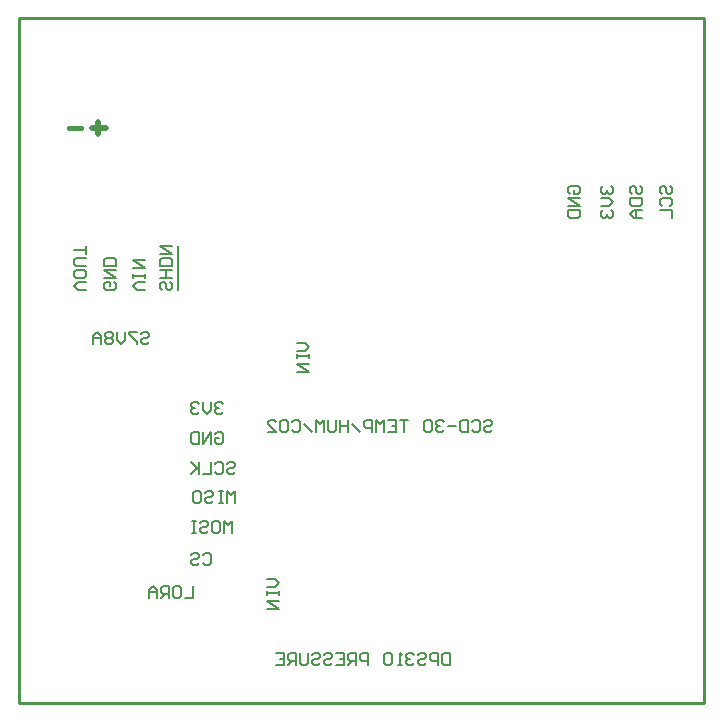
<source format=gbo>
G04*
G04 #@! TF.GenerationSoftware,Altium Limited,Altium Designer,22.4.2 (48)*
G04*
G04 Layer_Color=32896*
%FSLAX25Y25*%
%MOIN*%
G70*
G04*
G04 #@! TF.SameCoordinates,78AC0251-C41B-4C09-997F-A4DA7E128E32*
G04*
G04*
G04 #@! TF.FilePolarity,Positive*
G04*
G01*
G75*
%ADD13C,0.00800*%
%ADD14C,0.01000*%
%ADD15C,0.01968*%
%ADD16C,0.01575*%
D13*
X53150Y137795D02*
Y152559D01*
X82800Y41523D02*
X85466D01*
X86798Y40190D01*
X85466Y38857D01*
X82800D01*
Y37524D02*
Y36191D01*
Y36858D01*
X86798D01*
Y37524D01*
Y36191D01*
Y34192D02*
X82800D01*
X86798Y31526D01*
X82800D01*
X50392Y140277D02*
X51059Y139610D01*
Y138277D01*
X50392Y137611D01*
X49726D01*
X49059Y138277D01*
Y139610D01*
X48393Y140277D01*
X47726D01*
X47060Y139610D01*
Y138277D01*
X47726Y137611D01*
X51059Y141610D02*
X47060D01*
X49059D01*
Y144275D01*
X51059D01*
X47060D01*
X51059Y145608D02*
X47060D01*
Y147608D01*
X47726Y148274D01*
X50392D01*
X51059Y147608D01*
Y145608D01*
X47060Y149607D02*
X51059D01*
X47060Y152273D01*
X51059D01*
X42200Y137611D02*
X39535D01*
X38202Y138944D01*
X39535Y140277D01*
X42200D01*
Y141610D02*
Y142943D01*
Y142276D01*
X38202D01*
Y141610D01*
Y142943D01*
Y144942D02*
X42200D01*
X38202Y147608D01*
X42200D01*
X31691Y140277D02*
X32358Y139610D01*
Y138277D01*
X31691Y137611D01*
X29026D01*
X28359Y138277D01*
Y139610D01*
X29026Y140277D01*
X30358D01*
Y138944D01*
X28359Y141610D02*
X32358D01*
X28359Y144275D01*
X32358D01*
Y145608D02*
X28359D01*
Y147608D01*
X29026Y148274D01*
X31691D01*
X32358Y147608D01*
Y145608D01*
X22515Y137611D02*
X19849D01*
X18517Y138944D01*
X19849Y140277D01*
X22515D01*
Y143609D02*
Y142276D01*
X21849Y141610D01*
X19183D01*
X18517Y142276D01*
Y143609D01*
X19183Y144275D01*
X21849D01*
X22515Y143609D01*
Y145608D02*
X19183D01*
X18517Y146275D01*
Y147608D01*
X19183Y148274D01*
X22515D01*
Y149607D02*
Y152273D01*
Y150940D01*
X18517D01*
X40826Y123227D02*
X41492Y123893D01*
X42825D01*
X43491Y123227D01*
Y122560D01*
X42825Y121894D01*
X41492D01*
X40826Y121227D01*
Y120561D01*
X41492Y119895D01*
X42825D01*
X43491Y120561D01*
X39493Y123893D02*
X36827D01*
Y123227D01*
X39493Y120561D01*
Y119895D01*
X35494Y123893D02*
Y121227D01*
X34161Y119895D01*
X32828Y121227D01*
Y123893D01*
X31495Y123227D02*
X30829Y123893D01*
X29496D01*
X28829Y123227D01*
Y122560D01*
X29496Y121894D01*
X28829Y121227D01*
Y120561D01*
X29496Y119895D01*
X30829D01*
X31495Y120561D01*
Y121227D01*
X30829Y121894D01*
X31495Y122560D01*
Y123227D01*
X30829Y121894D02*
X29496D01*
X27496Y119895D02*
Y122560D01*
X26164Y123893D01*
X24831Y122560D01*
Y119895D01*
Y121894D01*
X27496D01*
X92642Y120263D02*
X95308D01*
X96641Y118930D01*
X95308Y117597D01*
X92642D01*
Y116264D02*
Y114931D01*
Y115598D01*
X96641D01*
Y116264D01*
Y114931D01*
Y112932D02*
X92642D01*
X96641Y110266D01*
X92642D01*
X154999Y93699D02*
X155665Y94366D01*
X156998D01*
X157665Y93699D01*
Y93033D01*
X156998Y92366D01*
X155665D01*
X154999Y91700D01*
Y91033D01*
X155665Y90367D01*
X156998D01*
X157665Y91033D01*
X151000Y93699D02*
X151666Y94366D01*
X152999D01*
X153666Y93699D01*
Y91033D01*
X152999Y90367D01*
X151666D01*
X151000Y91033D01*
X149667Y94366D02*
Y90367D01*
X147668D01*
X147001Y91033D01*
Y93699D01*
X147668Y94366D01*
X149667D01*
X145668Y92366D02*
X143003D01*
X141670Y93699D02*
X141003Y94366D01*
X139670D01*
X139004Y93699D01*
Y93033D01*
X139670Y92366D01*
X140337D01*
X139670D01*
X139004Y91700D01*
Y91033D01*
X139670Y90367D01*
X141003D01*
X141670Y91033D01*
X137671Y93699D02*
X137005Y94366D01*
X135672D01*
X135005Y93699D01*
Y91033D01*
X135672Y90367D01*
X137005D01*
X137671Y91033D01*
Y93699D01*
X129674Y94366D02*
X127008D01*
X128341D01*
Y90367D01*
X123009Y94366D02*
X125675D01*
Y90367D01*
X123009D01*
X125675Y92366D02*
X124342D01*
X121676Y90367D02*
Y94366D01*
X120343Y93033D01*
X119010Y94366D01*
Y90367D01*
X117677D02*
Y94366D01*
X115678D01*
X115012Y93699D01*
Y92366D01*
X115678Y91700D01*
X117677D01*
X113679Y90367D02*
X111013Y93033D01*
X109680Y94366D02*
Y90367D01*
Y92366D01*
X107014D01*
Y94366D01*
Y90367D01*
X105681Y94366D02*
Y91033D01*
X105015Y90367D01*
X103682D01*
X103015Y91033D01*
Y94366D01*
X101683Y90367D02*
Y94366D01*
X100350Y93033D01*
X99017Y94366D01*
Y90367D01*
X97684D02*
X95018Y93033D01*
X91019Y93699D02*
X91686Y94366D01*
X93019D01*
X93685Y93699D01*
Y91033D01*
X93019Y90367D01*
X91686D01*
X91019Y91033D01*
X87687Y94366D02*
X89020D01*
X89687Y93699D01*
Y91033D01*
X89020Y90367D01*
X87687D01*
X87021Y91033D01*
Y93699D01*
X87687Y94366D01*
X83022Y90367D02*
X85688D01*
X83022Y93033D01*
Y93699D01*
X83688Y94366D01*
X85021D01*
X85688Y93699D01*
X143885Y16610D02*
Y12611D01*
X141886D01*
X141219Y13277D01*
Y15943D01*
X141886Y16610D01*
X143885D01*
X139886Y12611D02*
Y16610D01*
X137887D01*
X137221Y15943D01*
Y14610D01*
X137887Y13944D01*
X139886D01*
X133222Y15943D02*
X133888Y16610D01*
X135221D01*
X135888Y15943D01*
Y15277D01*
X135221Y14610D01*
X133888D01*
X133222Y13944D01*
Y13277D01*
X133888Y12611D01*
X135221D01*
X135888Y13277D01*
X131889Y15943D02*
X131222Y16610D01*
X129890D01*
X129223Y15943D01*
Y15277D01*
X129890Y14610D01*
X130556D01*
X129890D01*
X129223Y13944D01*
Y13277D01*
X129890Y12611D01*
X131222D01*
X131889Y13277D01*
X127890Y12611D02*
X126557D01*
X127224D01*
Y16610D01*
X127890Y15943D01*
X124558D02*
X123891Y16610D01*
X122559D01*
X121892Y15943D01*
Y13277D01*
X122559Y12611D01*
X123891D01*
X124558Y13277D01*
Y15943D01*
X116560Y12611D02*
Y16610D01*
X114561D01*
X113895Y15943D01*
Y14610D01*
X114561Y13944D01*
X116560D01*
X112562Y12611D02*
Y16610D01*
X110563D01*
X109896Y15943D01*
Y14610D01*
X110563Y13944D01*
X112562D01*
X111229D02*
X109896Y12611D01*
X105897Y16610D02*
X108563D01*
Y12611D01*
X105897D01*
X108563Y14610D02*
X107230D01*
X101899Y15943D02*
X102565Y16610D01*
X103898D01*
X104564Y15943D01*
Y15277D01*
X103898Y14610D01*
X102565D01*
X101899Y13944D01*
Y13277D01*
X102565Y12611D01*
X103898D01*
X104564Y13277D01*
X97900Y15943D02*
X98566Y16610D01*
X99899D01*
X100566Y15943D01*
Y15277D01*
X99899Y14610D01*
X98566D01*
X97900Y13944D01*
Y13277D01*
X98566Y12611D01*
X99899D01*
X100566Y13277D01*
X96567Y16610D02*
Y13277D01*
X95900Y12611D01*
X94568D01*
X93901Y13277D01*
Y16610D01*
X92568Y12611D02*
Y16610D01*
X90569D01*
X89903Y15943D01*
Y14610D01*
X90569Y13944D01*
X92568D01*
X91235D02*
X89903Y12611D01*
X85904Y16610D02*
X88570D01*
Y12611D01*
X85904D01*
X88570Y14610D02*
X87237D01*
X58255Y39248D02*
Y35249D01*
X55589D01*
X52257Y39248D02*
X53590D01*
X54256Y38581D01*
Y35915D01*
X53590Y35249D01*
X52257D01*
X51591Y35915D01*
Y38581D01*
X52257Y39248D01*
X50258Y35249D02*
Y39248D01*
X48258D01*
X47592Y38581D01*
Y37248D01*
X48258Y36582D01*
X50258D01*
X48925D02*
X47592Y35249D01*
X46259D02*
Y37915D01*
X44926Y39248D01*
X43593Y37915D01*
Y35249D01*
Y37248D01*
X46259D01*
X61495Y49408D02*
X62161Y50074D01*
X63494D01*
X64161Y49408D01*
Y46742D01*
X63494Y46076D01*
X62161D01*
X61495Y46742D01*
X57496Y49408D02*
X58163Y50074D01*
X59496D01*
X60162Y49408D01*
Y48741D01*
X59496Y48075D01*
X58163D01*
X57496Y47409D01*
Y46742D01*
X58163Y46076D01*
X59496D01*
X60162Y46742D01*
X71050Y56902D02*
Y60901D01*
X69718Y59568D01*
X68385Y60901D01*
Y56902D01*
X65052Y60901D02*
X66385D01*
X67052Y60235D01*
Y57569D01*
X66385Y56902D01*
X65052D01*
X64386Y57569D01*
Y60235D01*
X65052Y60901D01*
X60387Y60235D02*
X61054Y60901D01*
X62387D01*
X63053Y60235D01*
Y59568D01*
X62387Y58902D01*
X61054D01*
X60387Y58235D01*
Y57569D01*
X61054Y56902D01*
X62387D01*
X63053Y57569D01*
X59054Y60901D02*
X57721D01*
X58388D01*
Y56902D01*
X59054D01*
X57721D01*
X72035Y66745D02*
Y70744D01*
X70702Y69411D01*
X69369Y70744D01*
Y66745D01*
X68036Y70744D02*
X66703D01*
X67370D01*
Y66745D01*
X68036D01*
X66703D01*
X62038Y70077D02*
X62704Y70744D01*
X64037D01*
X64704Y70077D01*
Y69411D01*
X64037Y68744D01*
X62704D01*
X62038Y68078D01*
Y67411D01*
X62704Y66745D01*
X64037D01*
X64704Y67411D01*
X58706Y70744D02*
X60039D01*
X60705Y70077D01*
Y67411D01*
X60039Y66745D01*
X58706D01*
X58039Y67411D01*
Y70077D01*
X58706Y70744D01*
X69369Y79920D02*
X70035Y80586D01*
X71368D01*
X72035Y79920D01*
Y79253D01*
X71368Y78587D01*
X70035D01*
X69369Y77920D01*
Y77254D01*
X70035Y76587D01*
X71368D01*
X72035Y77254D01*
X65370Y79920D02*
X66037Y80586D01*
X67370D01*
X68036Y79920D01*
Y77254D01*
X67370Y76587D01*
X66037D01*
X65370Y77254D01*
X64037Y80586D02*
Y76587D01*
X61371D01*
X60039Y80586D02*
Y76587D01*
Y77920D01*
X57373Y80586D01*
X59372Y78587D01*
X57373Y76587D01*
X68098Y99605D02*
X67431Y100271D01*
X66098D01*
X65432Y99605D01*
Y98938D01*
X66098Y98272D01*
X66765D01*
X66098D01*
X65432Y97605D01*
Y96939D01*
X66098Y96272D01*
X67431D01*
X68098Y96939D01*
X64099Y100271D02*
Y97605D01*
X62766Y96272D01*
X61433Y97605D01*
Y100271D01*
X60100Y99605D02*
X59434Y100271D01*
X58101D01*
X57434Y99605D01*
Y98938D01*
X58101Y98272D01*
X58767D01*
X58101D01*
X57434Y97605D01*
Y96939D01*
X58101Y96272D01*
X59434D01*
X60100Y96939D01*
X65432Y89762D02*
X66098Y90429D01*
X67431D01*
X68098Y89762D01*
Y87096D01*
X67431Y86430D01*
X66098D01*
X65432Y87096D01*
Y88429D01*
X66765D01*
X64099Y86430D02*
Y90429D01*
X61433Y86430D01*
Y90429D01*
X60100D02*
Y86430D01*
X58101D01*
X57434Y87096D01*
Y89762D01*
X58101Y90429D01*
X60100D01*
X214372Y169763D02*
X213705Y170429D01*
Y171762D01*
X214372Y172428D01*
X215038D01*
X215705Y171762D01*
Y170429D01*
X216371Y169763D01*
X217038D01*
X217704Y170429D01*
Y171762D01*
X217038Y172428D01*
X214372Y165764D02*
X213705Y166430D01*
Y167763D01*
X214372Y168430D01*
X217038D01*
X217704Y167763D01*
Y166430D01*
X217038Y165764D01*
X213705Y164431D02*
X217704D01*
Y161765D01*
X183860Y169763D02*
X183193Y170429D01*
Y171762D01*
X183860Y172428D01*
X186526D01*
X187192Y171762D01*
Y170429D01*
X186526Y169763D01*
X185193D01*
Y171096D01*
X187192Y168430D02*
X183193D01*
X187192Y165764D01*
X183193D01*
Y164431D02*
X187192D01*
Y162432D01*
X186526Y161765D01*
X183860D01*
X183193Y162432D01*
Y164431D01*
X194687Y172428D02*
X194020Y171762D01*
Y170429D01*
X194687Y169763D01*
X195353D01*
X196019Y170429D01*
Y171096D01*
Y170429D01*
X196686Y169763D01*
X197352D01*
X198019Y170429D01*
Y171762D01*
X197352Y172428D01*
X194020Y168430D02*
X196686D01*
X198019Y167097D01*
X196686Y165764D01*
X194020D01*
X194687Y164431D02*
X194020Y163765D01*
Y162432D01*
X194687Y161765D01*
X195353D01*
X196019Y162432D01*
Y163098D01*
Y162432D01*
X196686Y161765D01*
X197352D01*
X198019Y162432D01*
Y163765D01*
X197352Y164431D01*
X204529Y169763D02*
X203863Y170429D01*
Y171762D01*
X204529Y172428D01*
X205196D01*
X205862Y171762D01*
Y170429D01*
X206528Y169763D01*
X207195D01*
X207861Y170429D01*
Y171762D01*
X207195Y172428D01*
X203863Y168430D02*
X207861D01*
Y166430D01*
X207195Y165764D01*
X204529D01*
X203863Y166430D01*
Y168430D01*
X207861Y164431D02*
X205196D01*
X203863Y163098D01*
X205196Y161765D01*
X207861D01*
X205862D01*
Y164431D01*
D14*
X0Y0D02*
X228346D01*
X0Y228346D02*
X228346D01*
Y0D02*
Y228346D01*
X0Y0D02*
Y228346D01*
D15*
X24325Y191929D02*
X29075D01*
X26575Y189929D02*
Y193929D01*
D16*
X16732Y191929D02*
X20732D01*
M02*

</source>
